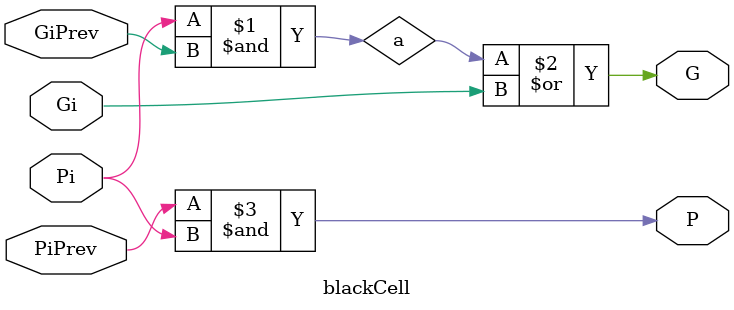
<source format=sv>
module blackCell (
    output logic G,       // Output Generate signal
    output logic P,       // Output Propagate signal
    input  logic Gi,      // Generate signal of ith stage
    input  logic Pi,      // Propagate signal of ith stage
    input  logic GiPrev,  // Generate signal of previous stage
    input  logic PiPrev   // Propagate signal of previous stage
);
  wire a;
  and (a, Pi, GiPrev);
  or  (G, a, Gi);
  and (P, PiPrev, Pi);
endmodule

</source>
